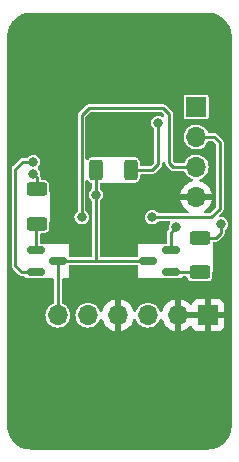
<source format=gbr>
%TF.GenerationSoftware,KiCad,Pcbnew,(6.0.0)*%
%TF.CreationDate,2022-01-16T12:51:45+01:00*%
%TF.ProjectId,HW_watchdog,48575f77-6174-4636-9864-6f672e6b6963,rev?*%
%TF.SameCoordinates,Original*%
%TF.FileFunction,Copper,L2,Bot*%
%TF.FilePolarity,Positive*%
%FSLAX46Y46*%
G04 Gerber Fmt 4.6, Leading zero omitted, Abs format (unit mm)*
G04 Created by KiCad (PCBNEW (6.0.0)) date 2022-01-16 12:51:45*
%MOMM*%
%LPD*%
G01*
G04 APERTURE LIST*
G04 Aperture macros list*
%AMRoundRect*
0 Rectangle with rounded corners*
0 $1 Rounding radius*
0 $2 $3 $4 $5 $6 $7 $8 $9 X,Y pos of 4 corners*
0 Add a 4 corners polygon primitive as box body*
4,1,4,$2,$3,$4,$5,$6,$7,$8,$9,$2,$3,0*
0 Add four circle primitives for the rounded corners*
1,1,$1+$1,$2,$3*
1,1,$1+$1,$4,$5*
1,1,$1+$1,$6,$7*
1,1,$1+$1,$8,$9*
0 Add four rect primitives between the rounded corners*
20,1,$1+$1,$2,$3,$4,$5,0*
20,1,$1+$1,$4,$5,$6,$7,0*
20,1,$1+$1,$6,$7,$8,$9,0*
20,1,$1+$1,$8,$9,$2,$3,0*%
G04 Aperture macros list end*
%TA.AperFunction,ComponentPad*%
%ADD10R,1.700000X1.700000*%
%TD*%
%TA.AperFunction,ComponentPad*%
%ADD11O,1.700000X1.700000*%
%TD*%
%TA.AperFunction,SMDPad,CuDef*%
%ADD12RoundRect,0.250000X0.312500X0.625000X-0.312500X0.625000X-0.312500X-0.625000X0.312500X-0.625000X0*%
%TD*%
%TA.AperFunction,SMDPad,CuDef*%
%ADD13RoundRect,0.250000X0.625000X-0.312500X0.625000X0.312500X-0.625000X0.312500X-0.625000X-0.312500X0*%
%TD*%
%TA.AperFunction,SMDPad,CuDef*%
%ADD14RoundRect,0.150000X-0.587500X-0.150000X0.587500X-0.150000X0.587500X0.150000X-0.587500X0.150000X0*%
%TD*%
%TA.AperFunction,SMDPad,CuDef*%
%ADD15RoundRect,0.150000X0.587500X0.150000X-0.587500X0.150000X-0.587500X-0.150000X0.587500X-0.150000X0*%
%TD*%
%TA.AperFunction,ViaPad*%
%ADD16C,0.800000*%
%TD*%
%TA.AperFunction,Conductor*%
%ADD17C,0.250000*%
%TD*%
G04 APERTURE END LIST*
D10*
%TO.P,J1,1,Pin_1*%
%TO.N,GND*%
X139000000Y-135625000D03*
D11*
%TO.P,J1,2,Pin_2*%
X136460000Y-135625000D03*
%TO.P,J1,3,Pin_3*%
%TO.N,/IN2*%
X133920000Y-135625000D03*
%TO.P,J1,4,Pin_4*%
%TO.N,GND*%
X131380000Y-135625000D03*
%TO.P,J1,5,Pin_5*%
%TO.N,/IN1*%
X128840000Y-135625000D03*
%TO.P,J1,6,Pin_6*%
%TO.N,/VCC*%
X126300000Y-135625000D03*
%TD*%
D12*
%TO.P,R1,1*%
%TO.N,Net-(D1-Pad2)*%
X132462500Y-123337500D03*
%TO.P,R1,2*%
%TO.N,/VCC*%
X129537500Y-123337500D03*
%TD*%
D10*
%TO.P,J2,1,Pin_1*%
%TO.N,/VCC*%
X138000000Y-118000000D03*
D11*
%TO.P,J2,2,Pin_2*%
%TO.N,/OUT1*%
X138000000Y-120540000D03*
%TO.P,J2,3,Pin_3*%
%TO.N,/OUT2*%
X138000000Y-123080000D03*
%TO.P,J2,4,Pin_4*%
%TO.N,GND*%
X138000000Y-125620000D03*
%TD*%
D13*
%TO.P,R4,1*%
%TO.N,Net-(Q1-Pad2)*%
X124500000Y-127900000D03*
%TO.P,R4,2*%
%TO.N,Net-(D2-Pad2)*%
X124500000Y-124975000D03*
%TD*%
D14*
%TO.P,Q1,1,B*%
%TO.N,Net-(Q1-Pad1)*%
X124462500Y-131987500D03*
%TO.P,Q1,2,E*%
%TO.N,Net-(Q1-Pad2)*%
X124462500Y-130087500D03*
%TO.P,Q1,3,C*%
%TO.N,/VCC*%
X126337500Y-131037500D03*
%TD*%
D13*
%TO.P,R5,1*%
%TO.N,Net-(Q2-Pad2)*%
X138300000Y-132000000D03*
%TO.P,R5,2*%
%TO.N,Net-(D3-Pad2)*%
X138300000Y-129075000D03*
%TD*%
D15*
%TO.P,Q2,1,B*%
%TO.N,Net-(Q2-Pad1)*%
X135837500Y-130087500D03*
%TO.P,Q2,2,E*%
%TO.N,Net-(Q2-Pad2)*%
X135837500Y-131987500D03*
%TO.P,Q2,3,C*%
%TO.N,/VCC*%
X133962500Y-131037500D03*
%TD*%
D16*
%TO.N,GND*%
X128100000Y-129600000D03*
X131400000Y-133237500D03*
X134000000Y-128800000D03*
X133700000Y-121100000D03*
%TO.N,Net-(D1-Pad2)*%
X134800000Y-119337500D03*
%TO.N,Net-(D2-Pad2)*%
X124200000Y-123637500D03*
%TO.N,Net-(D3-Pad2)*%
X140100000Y-127937500D03*
%TO.N,Net-(Q1-Pad1)*%
X124200000Y-122637500D03*
%TO.N,Net-(Q2-Pad1)*%
X136300000Y-128200000D03*
%TO.N,/VCC*%
X129500000Y-125437500D03*
%TO.N,/OUT1*%
X134295400Y-127342100D03*
%TO.N,/OUT2*%
X128304600Y-127342100D03*
%TD*%
D17*
%TO.N,Net-(D1-Pad2)*%
X134800000Y-122837500D02*
X134800000Y-119337500D01*
X132462500Y-123337500D02*
X134300000Y-123337500D01*
X134300000Y-123337500D02*
X134800000Y-122837500D01*
%TO.N,Net-(D2-Pad2)*%
X124200000Y-123637500D02*
X124500000Y-123937500D01*
X124500000Y-123937500D02*
X124500000Y-124975000D01*
%TO.N,Net-(D3-Pad2)*%
X140100000Y-127937500D02*
X140100000Y-128637500D01*
X140100000Y-128637500D02*
X139662500Y-129075000D01*
X139662500Y-129075000D02*
X138300000Y-129075000D01*
%TO.N,Net-(Q1-Pad1)*%
X123250000Y-131987500D02*
X122700000Y-131437500D01*
X122700000Y-131437500D02*
X122700000Y-123237500D01*
X122700000Y-123237500D02*
X123300000Y-122637500D01*
X124462500Y-131987500D02*
X123250000Y-131987500D01*
X123300000Y-122637500D02*
X124200000Y-122637500D01*
%TO.N,Net-(Q1-Pad2)*%
X124462500Y-130087500D02*
X124462500Y-127937500D01*
X124462500Y-127937500D02*
X124500000Y-127900000D01*
%TO.N,Net-(Q2-Pad1)*%
X135837500Y-128662500D02*
X135837500Y-130087500D01*
X136300000Y-128200000D02*
X135837500Y-128662500D01*
%TO.N,Net-(Q2-Pad2)*%
X135850000Y-132000000D02*
X135837500Y-131987500D01*
X138300000Y-132000000D02*
X135850000Y-132000000D01*
%TO.N,/VCC*%
X126300000Y-131075000D02*
X126337500Y-131037500D01*
X126300000Y-135625000D02*
X126300000Y-131075000D01*
X129537500Y-123337500D02*
X129537500Y-125400000D01*
X129537500Y-125400000D02*
X129500000Y-125437500D01*
X129500000Y-131037500D02*
X129500000Y-125437500D01*
X133962500Y-131037500D02*
X126337500Y-131037500D01*
%TO.N,/OUT1*%
X140000000Y-126637500D02*
X140000000Y-121000000D01*
X139540000Y-120540000D02*
X138000000Y-120540000D01*
X134295400Y-127342100D02*
X139295400Y-127342100D01*
X139295400Y-127342100D02*
X140000000Y-126637500D01*
X140000000Y-121000000D02*
X139540000Y-120540000D01*
%TO.N,/OUT2*%
X135200000Y-118100000D02*
X128900000Y-118100000D01*
X136080000Y-123080000D02*
X135700000Y-122700000D01*
X135700000Y-118600000D02*
X135200000Y-118100000D01*
X138000000Y-123080000D02*
X136080000Y-123080000D01*
X128304600Y-118695400D02*
X128304600Y-127342100D01*
X135700000Y-122700000D02*
X135700000Y-118600000D01*
X128900000Y-118100000D02*
X128304600Y-118695400D01*
%TD*%
%TA.AperFunction,Conductor*%
%TO.N,GND*%
G36*
X139004114Y-110000770D02*
G01*
X139083283Y-110005959D01*
X139084031Y-110006010D01*
X139261445Y-110018699D01*
X139277038Y-110020799D01*
X139388302Y-110042931D01*
X139390503Y-110043389D01*
X139530117Y-110073760D01*
X139543836Y-110077568D01*
X139657624Y-110116194D01*
X139661155Y-110117451D01*
X139788711Y-110165027D01*
X139800406Y-110170077D01*
X139910592Y-110224414D01*
X139915249Y-110226832D01*
X140032405Y-110290804D01*
X140042021Y-110296627D01*
X140145219Y-110365581D01*
X140150689Y-110369450D01*
X140256656Y-110448776D01*
X140264223Y-110454912D01*
X140357935Y-110537095D01*
X140363953Y-110542732D01*
X140457268Y-110636047D01*
X140462905Y-110642065D01*
X140545088Y-110735777D01*
X140551220Y-110743339D01*
X140630550Y-110849311D01*
X140634419Y-110854781D01*
X140703373Y-110957979D01*
X140709196Y-110967595D01*
X140773168Y-111084751D01*
X140775586Y-111089408D01*
X140829923Y-111199594D01*
X140834973Y-111211289D01*
X140882549Y-111338845D01*
X140883806Y-111342376D01*
X140922432Y-111456164D01*
X140926240Y-111469883D01*
X140956611Y-111609497D01*
X140957069Y-111611698D01*
X140979201Y-111722962D01*
X140981301Y-111738555D01*
X140993990Y-111915969D01*
X140994041Y-111916717D01*
X140999230Y-111995886D01*
X140999500Y-112004127D01*
X140999500Y-144995873D01*
X140999230Y-145004114D01*
X140994041Y-145083283D01*
X140993990Y-145084031D01*
X140981301Y-145261445D01*
X140979201Y-145277038D01*
X140957069Y-145388302D01*
X140956611Y-145390503D01*
X140926240Y-145530117D01*
X140922432Y-145543836D01*
X140883806Y-145657624D01*
X140882549Y-145661155D01*
X140834973Y-145788711D01*
X140829923Y-145800406D01*
X140775586Y-145910592D01*
X140773168Y-145915249D01*
X140709196Y-146032405D01*
X140703373Y-146042021D01*
X140634419Y-146145219D01*
X140630550Y-146150689D01*
X140551224Y-146256656D01*
X140545088Y-146264223D01*
X140462905Y-146357935D01*
X140457268Y-146363953D01*
X140363953Y-146457268D01*
X140357935Y-146462905D01*
X140264223Y-146545088D01*
X140256661Y-146551220D01*
X140150689Y-146630550D01*
X140145219Y-146634419D01*
X140042021Y-146703373D01*
X140032405Y-146709196D01*
X139915249Y-146773168D01*
X139910592Y-146775586D01*
X139800406Y-146829923D01*
X139788711Y-146834973D01*
X139661155Y-146882549D01*
X139657624Y-146883806D01*
X139543836Y-146922432D01*
X139530117Y-146926240D01*
X139390503Y-146956611D01*
X139388302Y-146957069D01*
X139277038Y-146979201D01*
X139261445Y-146981301D01*
X139084031Y-146993990D01*
X139083283Y-146994041D01*
X139004114Y-146999230D01*
X138995873Y-146999500D01*
X124004127Y-146999500D01*
X123995886Y-146999230D01*
X123916717Y-146994041D01*
X123915969Y-146993990D01*
X123738555Y-146981301D01*
X123722962Y-146979201D01*
X123611698Y-146957069D01*
X123609497Y-146956611D01*
X123469883Y-146926240D01*
X123456164Y-146922432D01*
X123342376Y-146883806D01*
X123338845Y-146882549D01*
X123211289Y-146834973D01*
X123199594Y-146829923D01*
X123089408Y-146775586D01*
X123084751Y-146773168D01*
X122967595Y-146709196D01*
X122957979Y-146703373D01*
X122854781Y-146634419D01*
X122849311Y-146630550D01*
X122743339Y-146551220D01*
X122735777Y-146545088D01*
X122642065Y-146462905D01*
X122636047Y-146457268D01*
X122542732Y-146363953D01*
X122537095Y-146357935D01*
X122454912Y-146264223D01*
X122448776Y-146256656D01*
X122369450Y-146150689D01*
X122365581Y-146145219D01*
X122296627Y-146042021D01*
X122290804Y-146032405D01*
X122226832Y-145915249D01*
X122224414Y-145910592D01*
X122170077Y-145800406D01*
X122165027Y-145788711D01*
X122117451Y-145661155D01*
X122116194Y-145657624D01*
X122077568Y-145543836D01*
X122073760Y-145530117D01*
X122043389Y-145390503D01*
X122042931Y-145388302D01*
X122020799Y-145277038D01*
X122018699Y-145261445D01*
X122006010Y-145084031D01*
X122005959Y-145083283D01*
X122000770Y-145004114D01*
X122000500Y-144995873D01*
X122000500Y-131466307D01*
X122370736Y-131466307D01*
X122373590Y-131476956D01*
X122380491Y-131502710D01*
X122382870Y-131513442D01*
X122389412Y-131550545D01*
X122394923Y-131560090D01*
X122396115Y-131563366D01*
X122397592Y-131566534D01*
X122400446Y-131577184D01*
X122406770Y-131586215D01*
X122422055Y-131608044D01*
X122427961Y-131617315D01*
X122441293Y-131640406D01*
X122446806Y-131649955D01*
X122455251Y-131657041D01*
X122475675Y-131674179D01*
X122483780Y-131681606D01*
X123005901Y-132203728D01*
X123013327Y-132211831D01*
X123037545Y-132240694D01*
X123070184Y-132259538D01*
X123079452Y-132265442D01*
X123110316Y-132287053D01*
X123120962Y-132289906D01*
X123124130Y-132291383D01*
X123127407Y-132292576D01*
X123136955Y-132298088D01*
X123166508Y-132303299D01*
X123174069Y-132304632D01*
X123184803Y-132307012D01*
X123221193Y-132316763D01*
X123232169Y-132315803D01*
X123232172Y-132315803D01*
X123258731Y-132313479D01*
X123269712Y-132313000D01*
X123374000Y-132313000D01*
X123442121Y-132333002D01*
X123488614Y-132386658D01*
X123500000Y-132439000D01*
X123500000Y-132500000D01*
X125848500Y-132500000D01*
X125916621Y-132520002D01*
X125963114Y-132573658D01*
X125974500Y-132626000D01*
X125974500Y-134533688D01*
X125954498Y-134601809D01*
X125903436Y-134644107D01*
X125904572Y-134646280D01*
X125722002Y-134741726D01*
X125717201Y-134745586D01*
X125717198Y-134745588D01*
X125684688Y-134771727D01*
X125561447Y-134870815D01*
X125429024Y-135028630D01*
X125426056Y-135034028D01*
X125426053Y-135034033D01*
X125419315Y-135046290D01*
X125329776Y-135209162D01*
X125267484Y-135405532D01*
X125266798Y-135411649D01*
X125266797Y-135411653D01*
X125245207Y-135604137D01*
X125244520Y-135610262D01*
X125261759Y-135815553D01*
X125263458Y-135821478D01*
X125309395Y-135981678D01*
X125318544Y-136013586D01*
X125321359Y-136019063D01*
X125321360Y-136019066D01*
X125409897Y-136191341D01*
X125412712Y-136196818D01*
X125540677Y-136358270D01*
X125545370Y-136362264D01*
X125545371Y-136362265D01*
X125619541Y-136425388D01*
X125697564Y-136491791D01*
X125702942Y-136494797D01*
X125702944Y-136494798D01*
X125733387Y-136511812D01*
X125877398Y-136592297D01*
X125972238Y-136623113D01*
X126067471Y-136654056D01*
X126067475Y-136654057D01*
X126073329Y-136655959D01*
X126277894Y-136680351D01*
X126284029Y-136679879D01*
X126284031Y-136679879D01*
X126340039Y-136675569D01*
X126483300Y-136664546D01*
X126489230Y-136662890D01*
X126489232Y-136662890D01*
X126675797Y-136610800D01*
X126675796Y-136610800D01*
X126681725Y-136609145D01*
X126687214Y-136606372D01*
X126687220Y-136606370D01*
X126860116Y-136519033D01*
X126865610Y-136516258D01*
X126881345Y-136503965D01*
X127023101Y-136393213D01*
X127027951Y-136389424D01*
X127085992Y-136322183D01*
X127158540Y-136238134D01*
X127158540Y-136238133D01*
X127162564Y-136233472D01*
X127183387Y-136196818D01*
X127201056Y-136165714D01*
X127264323Y-136054344D01*
X127329351Y-135858863D01*
X127355171Y-135654474D01*
X127355583Y-135625000D01*
X127354138Y-135610262D01*
X127784520Y-135610262D01*
X127801759Y-135815553D01*
X127803458Y-135821478D01*
X127849395Y-135981678D01*
X127858544Y-136013586D01*
X127861359Y-136019063D01*
X127861360Y-136019066D01*
X127949897Y-136191341D01*
X127952712Y-136196818D01*
X128080677Y-136358270D01*
X128085370Y-136362264D01*
X128085371Y-136362265D01*
X128159541Y-136425388D01*
X128237564Y-136491791D01*
X128242942Y-136494797D01*
X128242944Y-136494798D01*
X128273387Y-136511812D01*
X128417398Y-136592297D01*
X128512238Y-136623113D01*
X128607471Y-136654056D01*
X128607475Y-136654057D01*
X128613329Y-136655959D01*
X128817894Y-136680351D01*
X128824029Y-136679879D01*
X128824031Y-136679879D01*
X128880039Y-136675569D01*
X129023300Y-136664546D01*
X129029230Y-136662890D01*
X129029232Y-136662890D01*
X129215797Y-136610800D01*
X129215796Y-136610800D01*
X129221725Y-136609145D01*
X129227214Y-136606372D01*
X129227220Y-136606370D01*
X129400116Y-136519033D01*
X129405610Y-136516258D01*
X129421345Y-136503965D01*
X129563101Y-136393213D01*
X129567951Y-136389424D01*
X129625992Y-136322183D01*
X129698540Y-136238134D01*
X129698540Y-136238133D01*
X129702564Y-136233472D01*
X129723387Y-136196818D01*
X129741056Y-136165714D01*
X129804323Y-136054344D01*
X129813271Y-136027444D01*
X129828496Y-135981678D01*
X129868978Y-135923354D01*
X129934566Y-135896175D01*
X130004437Y-135908770D01*
X130056406Y-135957141D01*
X130070971Y-135993751D01*
X130078564Y-136027444D01*
X130081645Y-136037275D01*
X130161770Y-136234603D01*
X130166413Y-136243794D01*
X130277694Y-136425388D01*
X130283777Y-136433699D01*
X130423213Y-136594667D01*
X130430580Y-136601883D01*
X130594434Y-136737916D01*
X130602881Y-136743831D01*
X130786756Y-136851279D01*
X130796042Y-136855729D01*
X130995001Y-136931703D01*
X131004899Y-136934579D01*
X131108250Y-136955606D01*
X131122299Y-136954410D01*
X131126000Y-136944065D01*
X131126000Y-136943517D01*
X131634000Y-136943517D01*
X131638064Y-136957359D01*
X131651478Y-136959393D01*
X131658184Y-136958534D01*
X131668262Y-136956392D01*
X131872255Y-136895191D01*
X131881842Y-136891433D01*
X132073095Y-136797739D01*
X132081945Y-136792464D01*
X132255328Y-136668792D01*
X132263200Y-136662139D01*
X132414052Y-136511812D01*
X132420730Y-136503965D01*
X132545003Y-136331020D01*
X132550313Y-136322183D01*
X132644670Y-136131267D01*
X132648469Y-136121672D01*
X132689593Y-135986319D01*
X132728534Y-135926955D01*
X132793388Y-135898068D01*
X132863564Y-135908830D01*
X132916782Y-135955823D01*
X132931270Y-135988217D01*
X132938544Y-136013586D01*
X132941359Y-136019063D01*
X132941360Y-136019066D01*
X133029897Y-136191341D01*
X133032712Y-136196818D01*
X133160677Y-136358270D01*
X133165370Y-136362264D01*
X133165371Y-136362265D01*
X133239541Y-136425388D01*
X133317564Y-136491791D01*
X133322942Y-136494797D01*
X133322944Y-136494798D01*
X133353387Y-136511812D01*
X133497398Y-136592297D01*
X133592238Y-136623113D01*
X133687471Y-136654056D01*
X133687475Y-136654057D01*
X133693329Y-136655959D01*
X133897894Y-136680351D01*
X133904029Y-136679879D01*
X133904031Y-136679879D01*
X133960039Y-136675569D01*
X134103300Y-136664546D01*
X134109230Y-136662890D01*
X134109232Y-136662890D01*
X134295797Y-136610800D01*
X134295796Y-136610800D01*
X134301725Y-136609145D01*
X134307214Y-136606372D01*
X134307220Y-136606370D01*
X134480116Y-136519033D01*
X134485610Y-136516258D01*
X134501345Y-136503965D01*
X134643101Y-136393213D01*
X134647951Y-136389424D01*
X134705992Y-136322183D01*
X134778540Y-136238134D01*
X134778540Y-136238133D01*
X134782564Y-136233472D01*
X134803387Y-136196818D01*
X134821056Y-136165714D01*
X134884323Y-136054344D01*
X134893271Y-136027444D01*
X134908496Y-135981678D01*
X134948978Y-135923354D01*
X135014566Y-135896175D01*
X135084437Y-135908770D01*
X135136406Y-135957141D01*
X135150971Y-135993751D01*
X135158564Y-136027444D01*
X135161645Y-136037275D01*
X135241770Y-136234603D01*
X135246413Y-136243794D01*
X135357694Y-136425388D01*
X135363777Y-136433699D01*
X135503213Y-136594667D01*
X135510580Y-136601883D01*
X135674434Y-136737916D01*
X135682881Y-136743831D01*
X135866756Y-136851279D01*
X135876042Y-136855729D01*
X136075001Y-136931703D01*
X136084899Y-136934579D01*
X136188250Y-136955606D01*
X136202299Y-136954410D01*
X136206000Y-136944065D01*
X136206000Y-136943517D01*
X136714000Y-136943517D01*
X136718064Y-136957359D01*
X136731478Y-136959393D01*
X136738184Y-136958534D01*
X136748262Y-136956392D01*
X136952255Y-136895191D01*
X136961842Y-136891433D01*
X137153095Y-136797739D01*
X137161945Y-136792464D01*
X137335328Y-136668792D01*
X137343200Y-136662139D01*
X137448286Y-136557418D01*
X137510657Y-136523501D01*
X137581464Y-136528689D01*
X137638226Y-136571335D01*
X137655208Y-136602439D01*
X137696675Y-136713052D01*
X137705214Y-136728649D01*
X137781715Y-136830724D01*
X137794276Y-136843285D01*
X137896351Y-136919786D01*
X137911946Y-136928324D01*
X138032394Y-136973478D01*
X138047649Y-136977105D01*
X138098514Y-136982631D01*
X138105328Y-136983000D01*
X138727885Y-136983000D01*
X138743124Y-136978525D01*
X138744329Y-136977135D01*
X138746000Y-136969452D01*
X138746000Y-136964884D01*
X139254000Y-136964884D01*
X139258475Y-136980123D01*
X139259865Y-136981328D01*
X139267548Y-136982999D01*
X139894669Y-136982999D01*
X139901490Y-136982629D01*
X139952352Y-136977105D01*
X139967604Y-136973479D01*
X140088054Y-136928324D01*
X140103649Y-136919786D01*
X140205724Y-136843285D01*
X140218285Y-136830724D01*
X140294786Y-136728649D01*
X140303324Y-136713054D01*
X140348478Y-136592606D01*
X140352105Y-136577351D01*
X140357631Y-136526486D01*
X140358000Y-136519672D01*
X140358000Y-135897115D01*
X140353525Y-135881876D01*
X140352135Y-135880671D01*
X140344452Y-135879000D01*
X139272115Y-135879000D01*
X139256876Y-135883475D01*
X139255671Y-135884865D01*
X139254000Y-135892548D01*
X139254000Y-136964884D01*
X138746000Y-136964884D01*
X138746000Y-135897115D01*
X138741525Y-135881876D01*
X138740135Y-135880671D01*
X138732452Y-135879000D01*
X136732115Y-135879000D01*
X136716876Y-135883475D01*
X136715671Y-135884865D01*
X136714000Y-135892548D01*
X136714000Y-136943517D01*
X136206000Y-136943517D01*
X136206000Y-135352885D01*
X136714000Y-135352885D01*
X136718475Y-135368124D01*
X136719865Y-135369329D01*
X136727548Y-135371000D01*
X138727885Y-135371000D01*
X138743124Y-135366525D01*
X138744329Y-135365135D01*
X138746000Y-135357452D01*
X138746000Y-135352885D01*
X139254000Y-135352885D01*
X139258475Y-135368124D01*
X139259865Y-135369329D01*
X139267548Y-135371000D01*
X140339884Y-135371000D01*
X140355123Y-135366525D01*
X140356328Y-135365135D01*
X140357999Y-135357452D01*
X140357999Y-134730331D01*
X140357629Y-134723510D01*
X140352105Y-134672648D01*
X140348479Y-134657396D01*
X140303324Y-134536946D01*
X140294786Y-134521351D01*
X140218285Y-134419276D01*
X140205724Y-134406715D01*
X140103649Y-134330214D01*
X140088054Y-134321676D01*
X139967606Y-134276522D01*
X139952351Y-134272895D01*
X139901486Y-134267369D01*
X139894672Y-134267000D01*
X139272115Y-134267000D01*
X139256876Y-134271475D01*
X139255671Y-134272865D01*
X139254000Y-134280548D01*
X139254000Y-135352885D01*
X138746000Y-135352885D01*
X138746000Y-134285116D01*
X138741525Y-134269877D01*
X138740135Y-134268672D01*
X138732452Y-134267001D01*
X138105331Y-134267001D01*
X138098510Y-134267371D01*
X138047648Y-134272895D01*
X138032396Y-134276521D01*
X137911946Y-134321676D01*
X137896351Y-134330214D01*
X137794276Y-134406715D01*
X137781715Y-134419276D01*
X137705214Y-134521351D01*
X137696676Y-134536946D01*
X137655100Y-134647849D01*
X137612458Y-134704613D01*
X137545897Y-134729313D01*
X137476548Y-134714105D01*
X137443925Y-134688419D01*
X137392806Y-134632240D01*
X137385273Y-134625215D01*
X137218139Y-134493222D01*
X137209552Y-134487517D01*
X137023117Y-134384599D01*
X137013705Y-134380369D01*
X136812959Y-134309280D01*
X136802988Y-134306646D01*
X136731837Y-134293972D01*
X136718540Y-134295432D01*
X136714000Y-134309989D01*
X136714000Y-135352885D01*
X136206000Y-135352885D01*
X136206000Y-134308102D01*
X136202082Y-134294758D01*
X136187806Y-134292771D01*
X136149324Y-134298660D01*
X136139288Y-134301051D01*
X135936868Y-134367212D01*
X135927359Y-134371209D01*
X135738463Y-134469542D01*
X135729738Y-134475036D01*
X135559433Y-134602905D01*
X135551726Y-134609748D01*
X135404590Y-134763717D01*
X135398104Y-134771727D01*
X135278098Y-134947649D01*
X135273000Y-134956623D01*
X135183338Y-135149783D01*
X135179775Y-135159470D01*
X135151012Y-135263185D01*
X135113533Y-135323483D01*
X135049405Y-135353946D01*
X134978986Y-135344903D01*
X134924636Y-135299224D01*
X134908973Y-135265933D01*
X134908143Y-135263185D01*
X134895935Y-135222749D01*
X134799218Y-135040849D01*
X134723206Y-134947649D01*
X134672906Y-134885975D01*
X134672903Y-134885972D01*
X134669011Y-134881200D01*
X134651786Y-134866950D01*
X134515025Y-134753811D01*
X134515021Y-134753809D01*
X134510275Y-134749882D01*
X134329055Y-134651897D01*
X134132254Y-134590977D01*
X134126129Y-134590333D01*
X134126128Y-134590333D01*
X133933498Y-134570087D01*
X133933496Y-134570087D01*
X133927369Y-134569443D01*
X133840529Y-134577346D01*
X133728342Y-134587555D01*
X133728339Y-134587556D01*
X133722203Y-134588114D01*
X133524572Y-134646280D01*
X133342002Y-134741726D01*
X133337201Y-134745586D01*
X133337198Y-134745588D01*
X133304688Y-134771727D01*
X133181447Y-134870815D01*
X133049024Y-135028630D01*
X133046056Y-135034028D01*
X133046053Y-135034033D01*
X133039315Y-135046290D01*
X132949776Y-135209162D01*
X132947914Y-135215032D01*
X132931068Y-135268138D01*
X132891405Y-135327022D01*
X132826202Y-135355114D01*
X132756163Y-135343497D01*
X132703523Y-135295857D01*
X132688762Y-135260735D01*
X132671214Y-135190875D01*
X132667894Y-135181124D01*
X132582972Y-134985814D01*
X132578105Y-134976739D01*
X132462426Y-134797926D01*
X132456136Y-134789757D01*
X132312806Y-134632240D01*
X132305273Y-134625215D01*
X132138139Y-134493222D01*
X132129552Y-134487517D01*
X131943117Y-134384599D01*
X131933705Y-134380369D01*
X131732959Y-134309280D01*
X131722988Y-134306646D01*
X131651837Y-134293972D01*
X131638540Y-134295432D01*
X131634000Y-134309989D01*
X131634000Y-136943517D01*
X131126000Y-136943517D01*
X131126000Y-134308102D01*
X131122082Y-134294758D01*
X131107806Y-134292771D01*
X131069324Y-134298660D01*
X131059288Y-134301051D01*
X130856868Y-134367212D01*
X130847359Y-134371209D01*
X130658463Y-134469542D01*
X130649738Y-134475036D01*
X130479433Y-134602905D01*
X130471726Y-134609748D01*
X130324590Y-134763717D01*
X130318104Y-134771727D01*
X130198098Y-134947649D01*
X130193000Y-134956623D01*
X130103338Y-135149783D01*
X130099775Y-135159470D01*
X130071012Y-135263185D01*
X130033533Y-135323483D01*
X129969405Y-135353946D01*
X129898986Y-135344903D01*
X129844636Y-135299224D01*
X129828973Y-135265933D01*
X129828143Y-135263185D01*
X129815935Y-135222749D01*
X129719218Y-135040849D01*
X129643206Y-134947649D01*
X129592906Y-134885975D01*
X129592903Y-134885972D01*
X129589011Y-134881200D01*
X129571786Y-134866950D01*
X129435025Y-134753811D01*
X129435021Y-134753809D01*
X129430275Y-134749882D01*
X129249055Y-134651897D01*
X129052254Y-134590977D01*
X129046129Y-134590333D01*
X129046128Y-134590333D01*
X128853498Y-134570087D01*
X128853496Y-134570087D01*
X128847369Y-134569443D01*
X128760529Y-134577346D01*
X128648342Y-134587555D01*
X128648339Y-134587556D01*
X128642203Y-134588114D01*
X128444572Y-134646280D01*
X128262002Y-134741726D01*
X128257201Y-134745586D01*
X128257198Y-134745588D01*
X128224688Y-134771727D01*
X128101447Y-134870815D01*
X127969024Y-135028630D01*
X127966056Y-135034028D01*
X127966053Y-135034033D01*
X127959315Y-135046290D01*
X127869776Y-135209162D01*
X127807484Y-135405532D01*
X127806798Y-135411649D01*
X127806797Y-135411653D01*
X127785207Y-135604137D01*
X127784520Y-135610262D01*
X127354138Y-135610262D01*
X127335480Y-135419970D01*
X127275935Y-135222749D01*
X127179218Y-135040849D01*
X127103206Y-134947649D01*
X127052906Y-134885975D01*
X127052903Y-134885972D01*
X127049011Y-134881200D01*
X127031786Y-134866950D01*
X126895025Y-134753811D01*
X126895021Y-134753809D01*
X126890275Y-134749882D01*
X126709055Y-134651897D01*
X126703167Y-134650074D01*
X126702676Y-134649868D01*
X126647628Y-134605033D01*
X126625500Y-134533712D01*
X126625500Y-132626000D01*
X126645502Y-132557879D01*
X126699158Y-132511386D01*
X126751500Y-132500000D01*
X127200000Y-132500000D01*
X127200000Y-131489000D01*
X127220002Y-131420879D01*
X127273658Y-131374386D01*
X127326000Y-131363000D01*
X132974000Y-131363000D01*
X133042121Y-131383002D01*
X133088614Y-131436658D01*
X133100000Y-131489000D01*
X133100000Y-132500000D01*
X136800000Y-132500000D01*
X136800000Y-132451500D01*
X136820002Y-132383379D01*
X136873658Y-132336886D01*
X136926000Y-132325500D01*
X137112771Y-132325500D01*
X137180892Y-132345502D01*
X137227385Y-132399158D01*
X137231654Y-132409751D01*
X137272366Y-132525684D01*
X137277958Y-132533254D01*
X137277959Y-132533257D01*
X137307800Y-132573658D01*
X137352850Y-132634650D01*
X137360421Y-132640242D01*
X137454243Y-132709541D01*
X137454246Y-132709542D01*
X137461816Y-132715134D01*
X137589631Y-132760019D01*
X137597277Y-132760742D01*
X137597278Y-132760742D01*
X137603248Y-132761306D01*
X137621166Y-132763000D01*
X138978834Y-132763000D01*
X138996752Y-132761306D01*
X139002722Y-132760742D01*
X139002723Y-132760742D01*
X139010369Y-132760019D01*
X139138184Y-132715134D01*
X139145754Y-132709542D01*
X139145757Y-132709541D01*
X139239579Y-132640242D01*
X139247150Y-132634650D01*
X139292200Y-132573658D01*
X139322041Y-132533257D01*
X139322042Y-132533254D01*
X139327634Y-132525684D01*
X139372519Y-132397869D01*
X139375500Y-132366334D01*
X139375500Y-131967476D01*
X139395313Y-131900000D01*
X139400000Y-131900000D01*
X139400000Y-129526500D01*
X139420002Y-129458379D01*
X139473658Y-129411886D01*
X139526000Y-129400500D01*
X139642790Y-129400500D01*
X139653772Y-129400980D01*
X139680320Y-129403303D01*
X139680322Y-129403303D01*
X139691307Y-129404264D01*
X139727715Y-129394508D01*
X139738442Y-129392130D01*
X139741801Y-129391538D01*
X139775545Y-129385588D01*
X139785090Y-129380077D01*
X139788366Y-129378885D01*
X139791534Y-129377408D01*
X139802184Y-129374554D01*
X139833044Y-129352945D01*
X139842315Y-129347039D01*
X139865406Y-129333707D01*
X139874955Y-129328194D01*
X139899179Y-129299325D01*
X139906606Y-129291220D01*
X140316228Y-128881599D01*
X140324332Y-128874173D01*
X140344749Y-128857041D01*
X140353194Y-128849955D01*
X140372039Y-128817315D01*
X140377943Y-128808047D01*
X140393231Y-128786213D01*
X140399553Y-128777184D01*
X140402406Y-128766538D01*
X140403883Y-128763370D01*
X140405076Y-128760093D01*
X140410588Y-128750545D01*
X140417132Y-128713431D01*
X140419512Y-128702696D01*
X140426410Y-128676954D01*
X140429263Y-128666307D01*
X140425979Y-128628769D01*
X140425500Y-128617788D01*
X140425500Y-128506786D01*
X140445502Y-128438665D01*
X140474796Y-128406823D01*
X140521736Y-128370805D01*
X140528282Y-128365782D01*
X140624536Y-128240341D01*
X140685044Y-128094262D01*
X140705682Y-127937500D01*
X140685044Y-127780738D01*
X140681433Y-127772019D01*
X140668691Y-127741258D01*
X140624536Y-127634659D01*
X140528282Y-127509218D01*
X140402841Y-127412964D01*
X140256762Y-127352456D01*
X140240295Y-127350288D01*
X140178100Y-127342100D01*
X140100000Y-127331818D01*
X140091812Y-127332896D01*
X140091809Y-127332896D01*
X140083376Y-127334006D01*
X140013227Y-127323066D01*
X139960130Y-127275937D01*
X139940941Y-127207582D01*
X139961754Y-127139705D01*
X139977837Y-127119989D01*
X140216215Y-126881611D01*
X140224319Y-126874184D01*
X140244749Y-126857041D01*
X140253194Y-126849955D01*
X140258707Y-126840406D01*
X140272039Y-126817315D01*
X140277945Y-126808044D01*
X140299554Y-126777184D01*
X140302408Y-126766534D01*
X140303885Y-126763366D01*
X140305077Y-126760090D01*
X140310588Y-126750545D01*
X140317130Y-126713442D01*
X140319509Y-126702710D01*
X140329264Y-126666307D01*
X140325979Y-126628757D01*
X140325500Y-126617776D01*
X140325500Y-121019713D01*
X140325979Y-121008732D01*
X140328303Y-120982170D01*
X140328303Y-120982168D01*
X140329263Y-120971193D01*
X140319508Y-120934783D01*
X140317133Y-120924072D01*
X140310588Y-120886955D01*
X140305078Y-120877411D01*
X140303886Y-120874135D01*
X140302407Y-120870964D01*
X140299554Y-120860316D01*
X140277940Y-120829448D01*
X140272036Y-120820179D01*
X140258707Y-120797092D01*
X140258704Y-120797088D01*
X140253194Y-120787545D01*
X140224330Y-120763325D01*
X140216227Y-120755900D01*
X139784104Y-120323778D01*
X139776677Y-120315673D01*
X139759541Y-120295251D01*
X139752455Y-120286806D01*
X139742906Y-120281293D01*
X139719815Y-120267961D01*
X139710544Y-120262055D01*
X139688715Y-120246770D01*
X139679684Y-120240446D01*
X139669034Y-120237592D01*
X139665866Y-120236115D01*
X139662590Y-120234923D01*
X139653045Y-120229412D01*
X139619301Y-120223462D01*
X139615942Y-120222870D01*
X139605215Y-120220492D01*
X139568807Y-120210736D01*
X139557822Y-120211697D01*
X139557820Y-120211697D01*
X139531272Y-120214020D01*
X139520290Y-120214500D01*
X139091269Y-120214500D01*
X139023148Y-120194498D01*
X138976008Y-120137991D01*
X138975935Y-120137749D01*
X138879218Y-119955849D01*
X138757675Y-119806823D01*
X138752906Y-119800975D01*
X138752903Y-119800972D01*
X138749011Y-119796200D01*
X138712242Y-119765782D01*
X138595025Y-119668811D01*
X138595021Y-119668809D01*
X138590275Y-119664882D01*
X138409055Y-119566897D01*
X138212254Y-119505977D01*
X138206129Y-119505333D01*
X138206128Y-119505333D01*
X138013498Y-119485087D01*
X138013496Y-119485087D01*
X138007369Y-119484443D01*
X137920529Y-119492346D01*
X137808342Y-119502555D01*
X137808339Y-119502556D01*
X137802203Y-119503114D01*
X137604572Y-119561280D01*
X137422002Y-119656726D01*
X137417201Y-119660586D01*
X137417198Y-119660588D01*
X137406971Y-119668811D01*
X137261447Y-119785815D01*
X137129024Y-119943630D01*
X137126056Y-119949028D01*
X137126053Y-119949033D01*
X137119315Y-119961290D01*
X137029776Y-120124162D01*
X136967484Y-120320532D01*
X136944520Y-120525262D01*
X136961759Y-120730553D01*
X136963458Y-120736478D01*
X137011037Y-120902405D01*
X137018544Y-120928586D01*
X137021359Y-120934063D01*
X137021360Y-120934066D01*
X137105571Y-121097923D01*
X137112712Y-121111818D01*
X137240677Y-121273270D01*
X137397564Y-121406791D01*
X137577398Y-121507297D01*
X137672238Y-121538113D01*
X137767471Y-121569056D01*
X137767475Y-121569057D01*
X137773329Y-121570959D01*
X137977894Y-121595351D01*
X137984029Y-121594879D01*
X137984031Y-121594879D01*
X138040039Y-121590569D01*
X138183300Y-121579546D01*
X138189230Y-121577890D01*
X138189232Y-121577890D01*
X138375797Y-121525800D01*
X138375796Y-121525800D01*
X138381725Y-121524145D01*
X138387214Y-121521372D01*
X138387220Y-121521370D01*
X138560116Y-121434033D01*
X138565610Y-121431258D01*
X138727951Y-121304424D01*
X138862564Y-121148472D01*
X138870316Y-121134827D01*
X138961275Y-120974709D01*
X138964323Y-120969344D01*
X138970184Y-120951726D01*
X139010666Y-120893403D01*
X139076254Y-120866224D01*
X139089741Y-120865500D01*
X139352983Y-120865500D01*
X139421104Y-120885502D01*
X139442079Y-120902405D01*
X139637596Y-121097923D01*
X139671621Y-121160235D01*
X139674500Y-121187018D01*
X139674500Y-126450484D01*
X139654498Y-126518605D01*
X139637595Y-126539579D01*
X139197479Y-126979695D01*
X139135167Y-127013721D01*
X139108384Y-127016600D01*
X138774331Y-127016600D01*
X138706210Y-126996598D01*
X138659717Y-126942942D01*
X138649613Y-126872668D01*
X138679107Y-126808088D01*
X138701163Y-126788021D01*
X138875328Y-126663792D01*
X138883200Y-126657139D01*
X139034052Y-126506812D01*
X139040730Y-126498965D01*
X139165003Y-126326020D01*
X139170313Y-126317183D01*
X139264670Y-126126267D01*
X139268469Y-126116672D01*
X139330377Y-125912910D01*
X139332555Y-125902837D01*
X139333986Y-125891962D01*
X139331775Y-125877778D01*
X139318617Y-125874000D01*
X136683225Y-125874000D01*
X136669694Y-125877973D01*
X136668257Y-125887966D01*
X136698565Y-126022446D01*
X136701645Y-126032275D01*
X136781770Y-126229603D01*
X136786413Y-126238794D01*
X136897694Y-126420388D01*
X136903777Y-126428699D01*
X137043213Y-126589667D01*
X137050580Y-126596883D01*
X137214434Y-126732916D01*
X137222881Y-126738831D01*
X137296434Y-126781812D01*
X137345158Y-126833450D01*
X137358229Y-126903233D01*
X137331498Y-126969005D01*
X137273451Y-127009884D01*
X137232864Y-127016600D01*
X134864686Y-127016600D01*
X134796565Y-126996598D01*
X134764723Y-126967304D01*
X134728705Y-126920364D01*
X134723682Y-126913818D01*
X134598241Y-126817564D01*
X134452162Y-126757056D01*
X134295400Y-126736418D01*
X134138638Y-126757056D01*
X133992559Y-126817564D01*
X133867118Y-126913818D01*
X133770864Y-127039259D01*
X133710356Y-127185338D01*
X133689718Y-127342100D01*
X133710356Y-127498862D01*
X133770864Y-127644941D01*
X133867118Y-127770382D01*
X133992559Y-127866636D01*
X134138638Y-127927144D01*
X134146826Y-127928222D01*
X134217019Y-127937463D01*
X134295400Y-127947782D01*
X134303588Y-127946704D01*
X134311306Y-127945688D01*
X134373781Y-127937463D01*
X134443974Y-127928222D01*
X134452162Y-127927144D01*
X134598241Y-127866636D01*
X134723682Y-127770382D01*
X134764723Y-127716896D01*
X134822061Y-127675029D01*
X134864686Y-127667600D01*
X135696108Y-127667600D01*
X135764229Y-127687602D01*
X135810722Y-127741258D01*
X135820826Y-127811532D01*
X135796070Y-127870305D01*
X135780491Y-127890607D01*
X135780489Y-127890610D01*
X135775464Y-127897159D01*
X135714956Y-128043238D01*
X135694318Y-128200000D01*
X135700492Y-128246892D01*
X135703118Y-128266842D01*
X135692179Y-128336990D01*
X135667291Y-128372383D01*
X135621285Y-128418389D01*
X135613181Y-128425816D01*
X135584306Y-128450045D01*
X135578793Y-128459594D01*
X135565461Y-128482685D01*
X135559555Y-128491956D01*
X135537946Y-128522816D01*
X135535092Y-128533466D01*
X135533615Y-128536634D01*
X135532423Y-128539910D01*
X135526912Y-128549455D01*
X135523037Y-128571435D01*
X135520370Y-128586558D01*
X135517992Y-128597285D01*
X135508236Y-128633693D01*
X135509197Y-128644678D01*
X135509197Y-128644680D01*
X135511520Y-128671228D01*
X135512000Y-128682210D01*
X135512000Y-129461000D01*
X135491998Y-129529121D01*
X135438342Y-129575614D01*
X135386000Y-129587000D01*
X135216782Y-129587000D01*
X135212232Y-129587670D01*
X135212229Y-129587670D01*
X135147888Y-129597142D01*
X135147792Y-129596489D01*
X135124662Y-129600000D01*
X133100000Y-129600000D01*
X133100000Y-130586000D01*
X133079998Y-130654121D01*
X133026342Y-130700614D01*
X132974000Y-130712000D01*
X129951500Y-130712000D01*
X129883379Y-130691998D01*
X129836886Y-130638342D01*
X129825500Y-130586000D01*
X129825500Y-126006786D01*
X129845502Y-125938665D01*
X129874796Y-125906823D01*
X129921736Y-125870805D01*
X129928282Y-125865782D01*
X130024536Y-125740341D01*
X130085044Y-125594262D01*
X130105682Y-125437500D01*
X130085044Y-125280738D01*
X130024536Y-125134659D01*
X129928282Y-125009218D01*
X129912294Y-124996950D01*
X129870428Y-124939611D01*
X129863000Y-124896989D01*
X129863000Y-124526000D01*
X129883002Y-124457879D01*
X129936658Y-124411386D01*
X129989000Y-124400000D01*
X132014619Y-124400000D01*
X132049847Y-124406006D01*
X132049886Y-124405829D01*
X132053632Y-124406651D01*
X132056366Y-124407117D01*
X132057381Y-124407473D01*
X132064631Y-124410019D01*
X132072277Y-124410742D01*
X132072278Y-124410742D01*
X132078248Y-124411306D01*
X132096166Y-124413000D01*
X132828834Y-124413000D01*
X132846752Y-124411306D01*
X132852722Y-124410742D01*
X132852723Y-124410742D01*
X132860369Y-124410019D01*
X132988184Y-124365134D01*
X132995754Y-124359542D01*
X132995757Y-124359541D01*
X133089579Y-124290242D01*
X133097150Y-124284650D01*
X133132445Y-124236865D01*
X133172041Y-124183257D01*
X133172042Y-124183254D01*
X133177634Y-124175684D01*
X133222519Y-124047869D01*
X133225500Y-124016334D01*
X133225500Y-123789000D01*
X133245502Y-123720879D01*
X133299158Y-123674386D01*
X133351500Y-123663000D01*
X134280290Y-123663000D01*
X134291272Y-123663480D01*
X134317820Y-123665803D01*
X134317822Y-123665803D01*
X134328807Y-123666764D01*
X134365215Y-123657008D01*
X134375942Y-123654630D01*
X134379301Y-123654038D01*
X134413045Y-123648088D01*
X134422590Y-123642577D01*
X134425866Y-123641385D01*
X134429034Y-123639908D01*
X134439684Y-123637054D01*
X134470544Y-123615445D01*
X134479815Y-123609539D01*
X134502906Y-123596207D01*
X134512455Y-123590694D01*
X134536685Y-123561817D01*
X134544111Y-123553715D01*
X135016215Y-123081611D01*
X135024319Y-123074184D01*
X135044749Y-123057041D01*
X135053194Y-123049955D01*
X135058707Y-123040406D01*
X135072039Y-123017315D01*
X135077945Y-123008044D01*
X135093230Y-122986215D01*
X135099554Y-122977184D01*
X135102408Y-122966534D01*
X135103885Y-122963366D01*
X135105077Y-122960090D01*
X135110588Y-122950545D01*
X135117130Y-122913442D01*
X135119509Y-122902710D01*
X135129264Y-122866307D01*
X135125979Y-122828757D01*
X135125500Y-122817776D01*
X135125500Y-122770638D01*
X135145502Y-122702517D01*
X135199158Y-122656024D01*
X135269432Y-122645920D01*
X135334012Y-122675414D01*
X135373207Y-122738027D01*
X135380491Y-122765211D01*
X135382870Y-122775942D01*
X135389412Y-122813045D01*
X135394923Y-122822590D01*
X135396115Y-122825866D01*
X135397592Y-122829034D01*
X135400446Y-122839684D01*
X135419088Y-122866307D01*
X135422055Y-122870544D01*
X135427961Y-122879815D01*
X135441180Y-122902710D01*
X135446806Y-122912455D01*
X135455251Y-122919541D01*
X135475675Y-122936679D01*
X135483780Y-122944106D01*
X135835901Y-123296228D01*
X135843327Y-123304331D01*
X135867545Y-123333194D01*
X135877088Y-123338704D01*
X135877092Y-123338707D01*
X135900179Y-123352036D01*
X135909448Y-123357940D01*
X135940316Y-123379554D01*
X135950964Y-123382407D01*
X135954135Y-123383886D01*
X135957411Y-123385078D01*
X135966955Y-123390588D01*
X136004076Y-123397134D01*
X136014783Y-123399508D01*
X136051193Y-123409263D01*
X136062168Y-123408303D01*
X136062170Y-123408303D01*
X136088731Y-123405979D01*
X136099712Y-123405500D01*
X136909211Y-123405500D01*
X136977332Y-123425502D01*
X137021278Y-123473906D01*
X137109563Y-123645690D01*
X137112712Y-123651818D01*
X137240677Y-123813270D01*
X137245370Y-123817264D01*
X137245371Y-123817265D01*
X137365709Y-123919680D01*
X137397564Y-123946791D01*
X137402942Y-123949797D01*
X137402944Y-123949798D01*
X137434563Y-123967469D01*
X137577398Y-124047297D01*
X137642437Y-124068429D01*
X137701042Y-124108502D01*
X137728680Y-124173898D01*
X137716574Y-124243855D01*
X137668568Y-124296162D01*
X137642646Y-124308027D01*
X137476868Y-124362212D01*
X137467359Y-124366209D01*
X137278463Y-124464542D01*
X137269738Y-124470036D01*
X137099433Y-124597905D01*
X137091726Y-124604748D01*
X136944590Y-124758717D01*
X136938104Y-124766727D01*
X136818098Y-124942649D01*
X136813000Y-124951623D01*
X136723338Y-125144783D01*
X136719775Y-125154470D01*
X136664389Y-125354183D01*
X136665912Y-125362607D01*
X136678292Y-125366000D01*
X139318344Y-125366000D01*
X139331875Y-125362027D01*
X139333180Y-125352947D01*
X139291214Y-125185875D01*
X139287894Y-125176124D01*
X139202972Y-124980814D01*
X139198105Y-124971739D01*
X139082426Y-124792926D01*
X139076136Y-124784757D01*
X138932806Y-124627240D01*
X138925273Y-124620215D01*
X138758139Y-124488222D01*
X138749552Y-124482517D01*
X138563117Y-124379599D01*
X138553705Y-124375369D01*
X138362031Y-124307493D01*
X138304495Y-124265899D01*
X138278579Y-124199801D01*
X138292513Y-124130185D01*
X138341872Y-124079154D01*
X138370206Y-124067362D01*
X138375790Y-124065803D01*
X138375799Y-124065800D01*
X138381725Y-124064145D01*
X138387214Y-124061372D01*
X138387220Y-124061370D01*
X138560116Y-123974033D01*
X138565610Y-123971258D01*
X138590626Y-123951714D01*
X138723101Y-123848213D01*
X138727951Y-123844424D01*
X138758028Y-123809580D01*
X138858540Y-123693134D01*
X138858540Y-123693133D01*
X138862564Y-123688472D01*
X138876762Y-123663480D01*
X138922907Y-123582249D01*
X138964323Y-123509344D01*
X139029351Y-123313863D01*
X139055171Y-123109474D01*
X139055583Y-123080000D01*
X139035480Y-122874970D01*
X138975935Y-122677749D01*
X138879218Y-122495849D01*
X138788614Y-122384758D01*
X138752906Y-122340975D01*
X138752903Y-122340972D01*
X138749011Y-122336200D01*
X138742173Y-122330543D01*
X138595025Y-122208811D01*
X138595021Y-122208809D01*
X138590275Y-122204882D01*
X138409055Y-122106897D01*
X138212254Y-122045977D01*
X138206129Y-122045333D01*
X138206128Y-122045333D01*
X138013498Y-122025087D01*
X138013496Y-122025087D01*
X138007369Y-122024443D01*
X137926329Y-122031818D01*
X137808342Y-122042555D01*
X137808339Y-122042556D01*
X137802203Y-122043114D01*
X137604572Y-122101280D01*
X137422002Y-122196726D01*
X137417201Y-122200586D01*
X137417198Y-122200588D01*
X137268223Y-122320367D01*
X137261447Y-122325815D01*
X137129024Y-122483630D01*
X137126056Y-122489028D01*
X137126053Y-122489033D01*
X137042810Y-122640454D01*
X137029776Y-122664162D01*
X137027914Y-122670031D01*
X137025485Y-122675699D01*
X137023458Y-122674830D01*
X136989342Y-122725481D01*
X136924140Y-122753575D01*
X136908901Y-122754500D01*
X136267018Y-122754500D01*
X136198897Y-122734498D01*
X136177923Y-122717596D01*
X136062405Y-122602079D01*
X136028380Y-122539767D01*
X136025500Y-122512983D01*
X136025500Y-118869748D01*
X136949500Y-118869748D01*
X136961133Y-118928231D01*
X137005448Y-118994552D01*
X137071769Y-119038867D01*
X137083938Y-119041288D01*
X137083939Y-119041288D01*
X137124184Y-119049293D01*
X137130252Y-119050500D01*
X138869748Y-119050500D01*
X138875816Y-119049293D01*
X138916061Y-119041288D01*
X138916062Y-119041288D01*
X138928231Y-119038867D01*
X138994552Y-118994552D01*
X139038867Y-118928231D01*
X139050500Y-118869748D01*
X139050500Y-117130252D01*
X139038867Y-117071769D01*
X138994552Y-117005448D01*
X138928231Y-116961133D01*
X138916062Y-116958712D01*
X138916061Y-116958712D01*
X138875816Y-116950707D01*
X138869748Y-116949500D01*
X137130252Y-116949500D01*
X137124184Y-116950707D01*
X137083939Y-116958712D01*
X137083938Y-116958712D01*
X137071769Y-116961133D01*
X137005448Y-117005448D01*
X136961133Y-117071769D01*
X136949500Y-117130252D01*
X136949500Y-118869748D01*
X136025500Y-118869748D01*
X136025500Y-118619710D01*
X136025980Y-118608728D01*
X136028303Y-118582180D01*
X136028303Y-118582178D01*
X136029264Y-118571193D01*
X136019508Y-118534785D01*
X136017130Y-118524058D01*
X136015636Y-118515585D01*
X136010588Y-118486955D01*
X136005077Y-118477410D01*
X136003885Y-118474134D01*
X136002408Y-118470966D01*
X135999554Y-118460316D01*
X135977945Y-118429456D01*
X135972039Y-118420185D01*
X135958707Y-118397094D01*
X135953194Y-118387545D01*
X135924317Y-118363315D01*
X135916215Y-118355889D01*
X135444111Y-117883785D01*
X135436684Y-117875681D01*
X135419541Y-117855251D01*
X135419542Y-117855251D01*
X135412455Y-117846806D01*
X135402906Y-117841293D01*
X135379815Y-117827961D01*
X135370544Y-117822055D01*
X135348715Y-117806770D01*
X135339684Y-117800446D01*
X135329034Y-117797592D01*
X135325866Y-117796115D01*
X135322590Y-117794923D01*
X135313045Y-117789412D01*
X135279301Y-117783462D01*
X135275942Y-117782870D01*
X135265215Y-117780492D01*
X135228807Y-117770736D01*
X135217822Y-117771697D01*
X135217820Y-117771697D01*
X135191272Y-117774020D01*
X135180290Y-117774500D01*
X128919710Y-117774500D01*
X128908728Y-117774020D01*
X128882180Y-117771697D01*
X128882178Y-117771697D01*
X128871193Y-117770736D01*
X128834785Y-117780492D01*
X128824058Y-117782870D01*
X128820699Y-117783462D01*
X128786955Y-117789412D01*
X128777410Y-117794923D01*
X128774134Y-117796115D01*
X128770966Y-117797592D01*
X128760316Y-117800446D01*
X128751285Y-117806770D01*
X128729456Y-117822055D01*
X128720185Y-117827961D01*
X128697094Y-117841293D01*
X128687545Y-117846806D01*
X128680459Y-117855251D01*
X128663315Y-117875682D01*
X128655889Y-117883785D01*
X128088385Y-118451289D01*
X128080281Y-118458716D01*
X128051406Y-118482945D01*
X128045893Y-118492494D01*
X128032561Y-118515585D01*
X128026655Y-118524856D01*
X128005046Y-118555716D01*
X128002192Y-118566366D01*
X128000715Y-118569534D01*
X127999523Y-118572810D01*
X127994012Y-118582355D01*
X127989362Y-118608728D01*
X127987470Y-118619458D01*
X127985092Y-118630185D01*
X127975336Y-118666593D01*
X127976297Y-118677578D01*
X127976297Y-118677580D01*
X127978620Y-118704128D01*
X127979100Y-118715110D01*
X127979100Y-126772814D01*
X127959098Y-126840935D01*
X127929804Y-126872777D01*
X127876318Y-126913818D01*
X127780064Y-127039259D01*
X127719556Y-127185338D01*
X127698918Y-127342100D01*
X127719556Y-127498862D01*
X127780064Y-127644941D01*
X127876318Y-127770382D01*
X128001759Y-127866636D01*
X128147838Y-127927144D01*
X128156026Y-127928222D01*
X128226219Y-127937463D01*
X128304600Y-127947782D01*
X128312788Y-127946704D01*
X128320506Y-127945688D01*
X128382981Y-127937463D01*
X128453174Y-127928222D01*
X128461362Y-127927144D01*
X128607441Y-127866636D01*
X128732882Y-127770382D01*
X128829136Y-127644941D01*
X128889644Y-127498862D01*
X128910282Y-127342100D01*
X128889644Y-127185338D01*
X128829136Y-127039259D01*
X128732882Y-126913818D01*
X128679396Y-126872777D01*
X128637529Y-126815439D01*
X128630100Y-126772814D01*
X128630100Y-124298045D01*
X128650102Y-124229924D01*
X128703758Y-124183431D01*
X128774032Y-124173327D01*
X128838612Y-124202821D01*
X128857451Y-124223185D01*
X128902850Y-124284650D01*
X128910421Y-124290242D01*
X129004243Y-124359541D01*
X129004246Y-124359542D01*
X129011816Y-124365134D01*
X129111101Y-124400000D01*
X129127748Y-124405846D01*
X129185394Y-124447289D01*
X129211482Y-124513319D01*
X129212000Y-124524729D01*
X129212000Y-124839439D01*
X129191998Y-124907560D01*
X129162704Y-124939402D01*
X129120562Y-124971739D01*
X129071718Y-125009218D01*
X128975464Y-125134659D01*
X128914956Y-125280738D01*
X128894318Y-125437500D01*
X128914956Y-125594262D01*
X128975464Y-125740341D01*
X129071718Y-125865782D01*
X129078264Y-125870805D01*
X129125204Y-125906823D01*
X129167071Y-125964161D01*
X129174500Y-126006786D01*
X129174500Y-130586000D01*
X129154498Y-130654121D01*
X129100842Y-130700614D01*
X129048500Y-130712000D01*
X127326000Y-130712000D01*
X127257879Y-130691998D01*
X127211386Y-130638342D01*
X127200000Y-130586000D01*
X127200000Y-129600000D01*
X125175259Y-129600000D01*
X125151596Y-129596426D01*
X125151518Y-129596964D01*
X125087744Y-129587660D01*
X125087740Y-129587660D01*
X125083218Y-129587000D01*
X124914000Y-129587000D01*
X124845879Y-129566998D01*
X124799386Y-129513342D01*
X124788000Y-129461000D01*
X124788000Y-128789000D01*
X124808002Y-128720879D01*
X124861658Y-128674386D01*
X124914000Y-128663000D01*
X125178834Y-128663000D01*
X125196752Y-128661306D01*
X125202722Y-128660742D01*
X125202723Y-128660742D01*
X125210369Y-128660019D01*
X125338184Y-128615134D01*
X125345754Y-128609542D01*
X125345757Y-128609541D01*
X125439579Y-128540242D01*
X125447150Y-128534650D01*
X125476280Y-128495211D01*
X125522041Y-128433257D01*
X125522042Y-128433254D01*
X125527634Y-128425684D01*
X125572519Y-128297869D01*
X125575500Y-128266334D01*
X125575500Y-127767476D01*
X125595313Y-127700000D01*
X125600000Y-127700000D01*
X125600000Y-125200000D01*
X125594681Y-125200000D01*
X125586777Y-125173082D01*
X125580602Y-125163472D01*
X125575500Y-125127981D01*
X125575500Y-124608666D01*
X125572519Y-124577131D01*
X125527634Y-124449316D01*
X125522042Y-124441746D01*
X125522041Y-124441743D01*
X125452742Y-124347921D01*
X125447150Y-124340350D01*
X125430206Y-124327835D01*
X125345757Y-124265459D01*
X125345754Y-124265458D01*
X125338184Y-124259866D01*
X125210369Y-124214981D01*
X125202723Y-124214258D01*
X125202722Y-124214258D01*
X125196752Y-124213694D01*
X125178834Y-124212000D01*
X124951500Y-124212000D01*
X124883379Y-124191998D01*
X124836886Y-124138342D01*
X124825500Y-124086000D01*
X124825500Y-123957210D01*
X124825980Y-123946228D01*
X124828303Y-123919680D01*
X124828303Y-123919678D01*
X124829264Y-123908693D01*
X124819508Y-123872285D01*
X124817130Y-123861558D01*
X124814777Y-123848213D01*
X124810588Y-123824455D01*
X124805076Y-123814907D01*
X124803881Y-123811625D01*
X124802928Y-123809580D01*
X124802712Y-123808175D01*
X124801998Y-123806452D01*
X124801505Y-123805098D01*
X124801352Y-123804527D01*
X124801554Y-123804454D01*
X124800080Y-123799779D01*
X124799554Y-123797816D01*
X124801056Y-123797414D01*
X124792203Y-123739890D01*
X124804604Y-123645690D01*
X124804604Y-123645688D01*
X124805682Y-123637500D01*
X124788810Y-123509344D01*
X124786122Y-123488926D01*
X124785044Y-123480738D01*
X124724536Y-123334659D01*
X124632108Y-123214204D01*
X124606508Y-123147983D01*
X124620773Y-123078435D01*
X124632108Y-123060796D01*
X124719509Y-122946892D01*
X124724536Y-122940341D01*
X124785044Y-122794262D01*
X124805682Y-122637500D01*
X124785044Y-122480738D01*
X124724536Y-122334659D01*
X124628282Y-122209218D01*
X124618812Y-122201951D01*
X124509392Y-122117991D01*
X124502841Y-122112964D01*
X124356762Y-122052456D01*
X124321389Y-122047799D01*
X124208188Y-122032896D01*
X124200000Y-122031818D01*
X124191812Y-122032896D01*
X124078612Y-122047799D01*
X124043238Y-122052456D01*
X123897159Y-122112964D01*
X123890608Y-122117991D01*
X123781189Y-122201951D01*
X123771718Y-122209218D01*
X123766695Y-122215764D01*
X123730677Y-122262704D01*
X123673339Y-122304571D01*
X123630714Y-122312000D01*
X123319713Y-122312000D01*
X123308732Y-122311521D01*
X123282170Y-122309197D01*
X123282168Y-122309197D01*
X123271193Y-122308237D01*
X123234783Y-122317992D01*
X123224076Y-122320366D01*
X123186955Y-122326912D01*
X123177412Y-122332421D01*
X123174140Y-122333612D01*
X123170967Y-122335092D01*
X123160316Y-122337946D01*
X123129456Y-122359555D01*
X123120185Y-122365461D01*
X123097094Y-122378793D01*
X123087545Y-122384306D01*
X123080459Y-122392751D01*
X123063315Y-122413182D01*
X123055889Y-122421285D01*
X122483785Y-122993389D01*
X122475681Y-123000816D01*
X122446806Y-123025045D01*
X122441293Y-123034594D01*
X122427961Y-123057685D01*
X122422055Y-123066956D01*
X122400446Y-123097816D01*
X122397592Y-123108466D01*
X122396115Y-123111634D01*
X122394923Y-123114910D01*
X122389412Y-123124455D01*
X122385264Y-123147983D01*
X122382870Y-123161558D01*
X122380492Y-123172285D01*
X122370736Y-123208693D01*
X122371697Y-123219678D01*
X122371697Y-123219680D01*
X122374020Y-123246228D01*
X122374500Y-123257210D01*
X122374500Y-131417790D01*
X122374020Y-131428772D01*
X122370736Y-131466307D01*
X122000500Y-131466307D01*
X122000500Y-112004127D01*
X122000770Y-111995886D01*
X122005959Y-111916717D01*
X122006010Y-111915969D01*
X122018699Y-111738555D01*
X122020799Y-111722962D01*
X122042931Y-111611698D01*
X122043389Y-111609497D01*
X122073760Y-111469883D01*
X122077568Y-111456164D01*
X122116194Y-111342376D01*
X122117451Y-111338845D01*
X122165027Y-111211289D01*
X122170077Y-111199594D01*
X122224414Y-111089408D01*
X122226832Y-111084751D01*
X122290804Y-110967595D01*
X122296627Y-110957979D01*
X122365581Y-110854781D01*
X122369450Y-110849311D01*
X122448780Y-110743339D01*
X122454912Y-110735777D01*
X122537095Y-110642065D01*
X122542732Y-110636047D01*
X122636047Y-110542732D01*
X122642065Y-110537095D01*
X122735777Y-110454912D01*
X122743344Y-110448776D01*
X122849311Y-110369450D01*
X122854781Y-110365581D01*
X122957979Y-110296627D01*
X122967595Y-110290804D01*
X123084751Y-110226832D01*
X123089408Y-110224414D01*
X123199594Y-110170077D01*
X123211289Y-110165027D01*
X123338845Y-110117451D01*
X123342376Y-110116194D01*
X123456164Y-110077568D01*
X123469883Y-110073760D01*
X123609497Y-110043389D01*
X123611698Y-110042931D01*
X123722962Y-110020799D01*
X123738555Y-110018699D01*
X123915969Y-110006010D01*
X123916717Y-110005959D01*
X123995886Y-110000770D01*
X124004127Y-110000500D01*
X138995873Y-110000500D01*
X139004114Y-110000770D01*
G37*
%TD.AperFunction*%
%TA.AperFunction,Conductor*%
G36*
X135081105Y-118445502D02*
G01*
X135102079Y-118462405D01*
X135256668Y-118616994D01*
X135290694Y-118679306D01*
X135285629Y-118750121D01*
X135243082Y-118806957D01*
X135176562Y-118831768D01*
X135106277Y-118815600D01*
X135102841Y-118812964D01*
X135095213Y-118809804D01*
X134964391Y-118755616D01*
X134956762Y-118752456D01*
X134800000Y-118731818D01*
X134643238Y-118752456D01*
X134497159Y-118812964D01*
X134371718Y-118909218D01*
X134275464Y-119034659D01*
X134214956Y-119180738D01*
X134194318Y-119337500D01*
X134214956Y-119494262D01*
X134218116Y-119501891D01*
X134220563Y-119507799D01*
X134275464Y-119640341D01*
X134371718Y-119765782D01*
X134378264Y-119770805D01*
X134425204Y-119806823D01*
X134467071Y-119864161D01*
X134474500Y-119906786D01*
X134474500Y-122650484D01*
X134454498Y-122718605D01*
X134437595Y-122739579D01*
X134202079Y-122975095D01*
X134139767Y-123009121D01*
X134112984Y-123012000D01*
X133351500Y-123012000D01*
X133283379Y-122991998D01*
X133236886Y-122938342D01*
X133225500Y-122886000D01*
X133225500Y-122658666D01*
X133222519Y-122627131D01*
X133177634Y-122499316D01*
X133172042Y-122491746D01*
X133172041Y-122491743D01*
X133102742Y-122397921D01*
X133097150Y-122390350D01*
X133055457Y-122359555D01*
X132995757Y-122315459D01*
X132995754Y-122315458D01*
X132988184Y-122309866D01*
X132860369Y-122264981D01*
X132852723Y-122264258D01*
X132852722Y-122264258D01*
X132846752Y-122263694D01*
X132828834Y-122262000D01*
X132507208Y-122262000D01*
X132439087Y-122241998D01*
X132424834Y-122225549D01*
X132423486Y-122227104D01*
X132400000Y-122206753D01*
X132400000Y-122200000D01*
X129900000Y-122200000D01*
X129900000Y-122207794D01*
X129890713Y-122218512D01*
X129830987Y-122256896D01*
X129795488Y-122262000D01*
X129171166Y-122262000D01*
X129153248Y-122263694D01*
X129147278Y-122264258D01*
X129147277Y-122264258D01*
X129139631Y-122264981D01*
X129011816Y-122309866D01*
X129004246Y-122315458D01*
X129004243Y-122315459D01*
X128944543Y-122359555D01*
X128902850Y-122390350D01*
X128897258Y-122397921D01*
X128857451Y-122451815D01*
X128800890Y-122494725D01*
X128730108Y-122500245D01*
X128667579Y-122466621D01*
X128633154Y-122404529D01*
X128630100Y-122376955D01*
X128630100Y-118882416D01*
X128650102Y-118814295D01*
X128667005Y-118793321D01*
X128997921Y-118462405D01*
X129060233Y-118428379D01*
X129087016Y-118425500D01*
X135012984Y-118425500D01*
X135081105Y-118445502D01*
G37*
%TD.AperFunction*%
%TD*%
M02*

</source>
